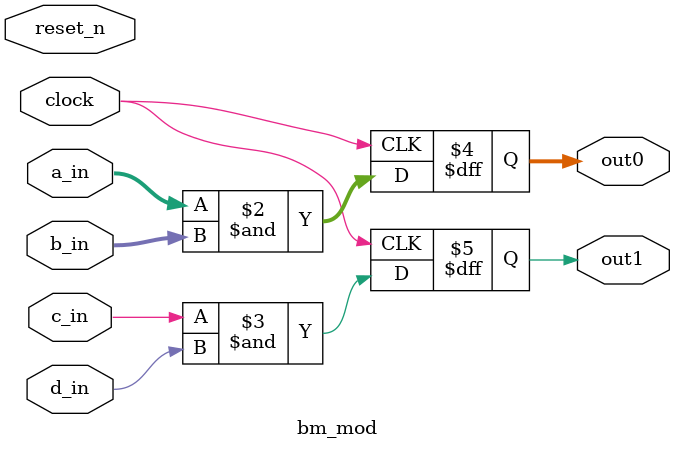
<source format=v>

`define BITS 32         // Bit width of the operands

module 	bm_mod(clock, 
		reset_n, 
		a_in, 
		b_in,
		c_in, 
		d_in, 
		out0,
		out1);

// SIGNAL DECLARATIONS
input	clock;
input 	reset_n;

input [`BITS-1:0] a_in;
input [`BITS-1:0] b_in;
input c_in;
input d_in;

output [`BITS-1:0] out0;
output  out1;

reg [`BITS-1:0]    out0;
reg     out1;

always @(posedge clock)
begin
	out0 <= a_in & b_in;
	out1 <= c_in & d_in;
end

endmodule

</source>
